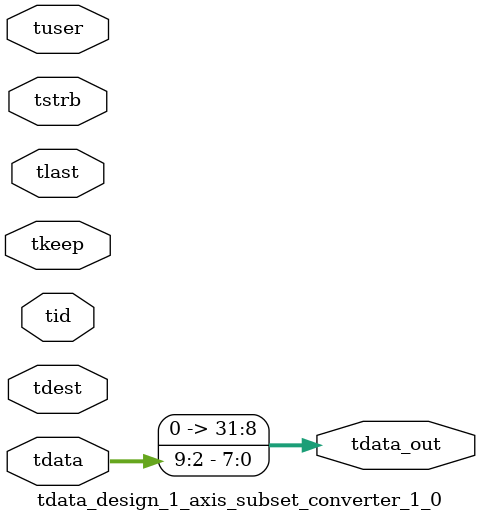
<source format=v>


`timescale 1ps/1ps

module tdata_design_1_axis_subset_converter_1_0 #
(
parameter C_S_AXIS_TDATA_WIDTH = 32,
parameter C_S_AXIS_TUSER_WIDTH = 0,
parameter C_S_AXIS_TID_WIDTH   = 0,
parameter C_S_AXIS_TDEST_WIDTH = 0,
parameter C_M_AXIS_TDATA_WIDTH = 32
)
(
input  [(C_S_AXIS_TDATA_WIDTH == 0 ? 1 : C_S_AXIS_TDATA_WIDTH)-1:0     ] tdata,
input  [(C_S_AXIS_TUSER_WIDTH == 0 ? 1 : C_S_AXIS_TUSER_WIDTH)-1:0     ] tuser,
input  [(C_S_AXIS_TID_WIDTH   == 0 ? 1 : C_S_AXIS_TID_WIDTH)-1:0       ] tid,
input  [(C_S_AXIS_TDEST_WIDTH == 0 ? 1 : C_S_AXIS_TDEST_WIDTH)-1:0     ] tdest,
input  [(C_S_AXIS_TDATA_WIDTH/8)-1:0 ] tkeep,
input  [(C_S_AXIS_TDATA_WIDTH/8)-1:0 ] tstrb,
input                                                                    tlast,
output [C_M_AXIS_TDATA_WIDTH-1:0] tdata_out
);

assign tdata_out = {tdata[9:2]};

endmodule


</source>
